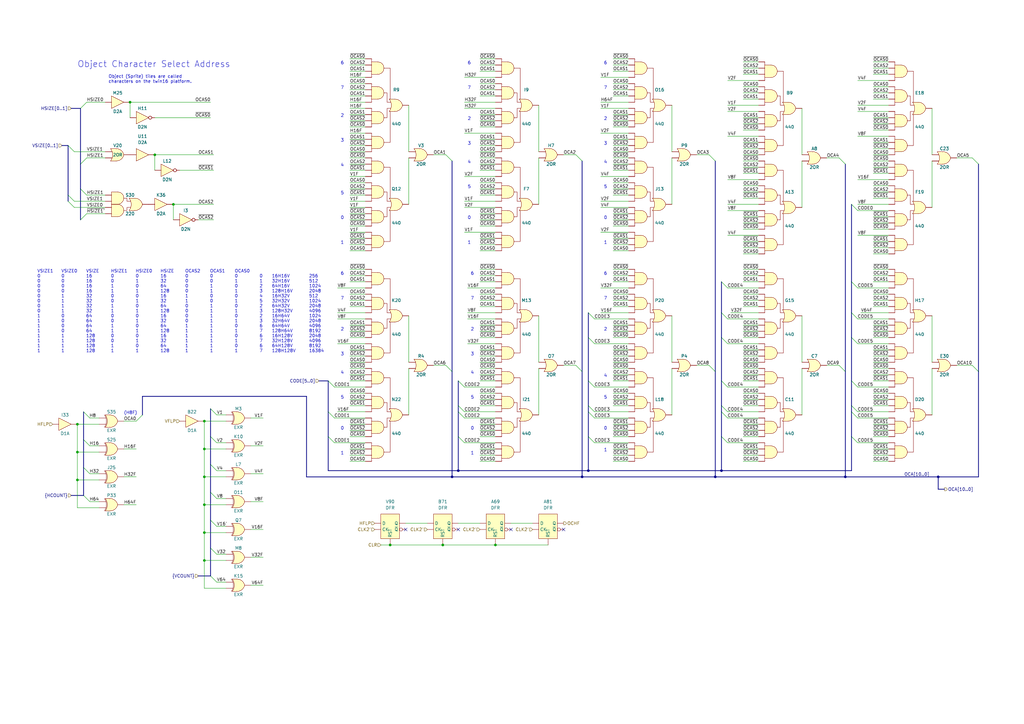
<source format=kicad_sch>
(kicad_sch (version 20231120) (generator "eeschema") (generator_version "8.0")
  (paper "A3")
  (title_block (date "2023-12-22"))
  (junction (at 83.82 207.01))
  (junction (at 83.82 172.72))
  (junction (at 160.02 223.52))
  (junction (at 384.81 195.58))
  (junction (at 83.82 229.87))
  (junction (at 83.82 195.58))
  (junction (at 71.12 83.82))
  (junction (at 53.34 41.91))
  (junction (at 185.42 195.58))
  (junction (at 83.82 184.15))
  (junction (at 295.91 193.04))
  (junction (at 293.37 195.58))
  (junction (at 83.82 218.44))
  (junction (at 31.75 173.99))
  (junction (at 346.71 195.58))
  (junction (at 181.61 223.52))
  (junction (at 238.76 195.58))
  (junction (at 203.2 223.52))
  (junction (at 31.75 185.42))
  (junction (at 187.96 193.04))
  (junction (at 31.75 196.85))
  (junction (at 241.3 193.04))
  (junction (at 63.5 63.5))
  (no_connect (at 187.96 217.17))
  (no_connect (at 231.14 217.17))
  (no_connect (at 209.55 217.17))
  (no_connect (at 166.37 217.17))
  (bus_entry (at 182.88 63.5) (size 2.54 2.54))
  (bus_entry (at 27.94 82.55) (size 2.54 2.54))
  (bus_entry (at 349.25 83.82) (size 2.54 2.54))
  (bus_entry (at 290.83 149.86) (size 2.54 2.54))
  (bus_entry (at 187.96 179.07) (size 2.54 2.54))
  (bus_entry (at 86.36 179.07) (size 2.54 2.54))
  (bus_entry (at 349.25 138.43) (size 2.54 2.54))
  (bus_entry (at 295.91 115.57) (size 2.54 2.54))
  (bus_entry (at 134.62 168.91) (size 2.54 2.54))
  (bus_entry (at 86.36 167.64) (size 2.54 2.54))
  (bus_entry (at 86.36 224.79) (size 2.54 2.54))
  (bus_entry (at 86.36 190.5) (size 2.54 2.54))
  (bus_entry (at 398.78 149.86) (size 2.54 2.54))
  (bus_entry (at 344.17 64.77) (size 2.54 2.54))
  (bus_entry (at 241.3 168.91) (size 2.54 2.54))
  (bus_entry (at 349.25 168.91) (size 2.54 2.54))
  (bus_entry (at 241.3 128.27) (size 2.54 2.54))
  (bus_entry (at 27.94 80.01) (size 2.54 2.54))
  (bus_entry (at 295.91 156.21) (size 2.54 2.54))
  (bus_entry (at 33.02 44.45) (size 2.54 -2.54))
  (bus_entry (at 27.94 59.69) (size 2.54 2.54))
  (bus_entry (at 241.3 179.07) (size 2.54 2.54))
  (bus_entry (at 86.36 236.22) (size 2.54 2.54))
  (bus_entry (at 33.02 90.17) (size 2.54 -2.54))
  (bus_entry (at 295.91 128.27) (size 2.54 2.54))
  (bus_entry (at 187.96 168.91) (size 2.54 2.54))
  (bus_entry (at 295.91 166.37) (size 2.54 2.54))
  (bus_entry (at 33.02 77.47) (size 2.54 2.54))
  (bus_entry (at 349.25 115.57) (size 2.54 2.54))
  (bus_entry (at 236.22 149.86) (size 2.54 2.54))
  (bus_entry (at 187.96 156.21) (size 2.54 2.54))
  (bus_entry (at 33.02 67.31) (size 2.54 -2.54))
  (bus_entry (at 295.91 179.07) (size 2.54 2.54))
  (bus_entry (at 55.88 172.72) (size 2.54 -2.54))
  (bus_entry (at 349.25 128.27) (size 2.54 2.54))
  (bus_entry (at 86.36 213.36) (size 2.54 2.54))
  (bus_entry (at 349.25 156.21) (size 2.54 2.54))
  (bus_entry (at 398.78 64.77) (size 2.54 2.54))
  (bus_entry (at 349.25 179.07) (size 2.54 2.54))
  (bus_entry (at 182.88 149.86) (size 2.54 2.54))
  (bus_entry (at 34.29 168.91) (size 2.54 2.54))
  (bus_entry (at 295.91 138.43) (size 2.54 2.54))
  (bus_entry (at 295.91 168.91) (size 2.54 2.54))
  (bus_entry (at 86.36 201.93) (size 2.54 2.54))
  (bus_entry (at 134.62 179.07) (size 2.54 2.54))
  (bus_entry (at 34.29 203.2) (size 2.54 2.54))
  (bus_entry (at 241.3 166.37) (size 2.54 2.54))
  (bus_entry (at 134.62 156.21) (size 2.54 2.54))
  (bus_entry (at 344.17 149.86) (size 2.54 2.54))
  (bus_entry (at 349.25 166.37) (size 2.54 2.54))
  (bus_entry (at 236.22 63.5) (size 2.54 2.54))
  (bus_entry (at 241.3 156.21) (size 2.54 2.54))
  (bus_entry (at 34.29 191.77) (size 2.54 2.54))
  (bus_entry (at 187.96 166.37) (size 2.54 2.54))
  (bus_entry (at 290.83 63.5) (size 2.54 2.54))
  (bus_entry (at 241.3 138.43) (size 2.54 2.54))
  (bus_entry (at 34.29 180.34) (size 2.54 2.54))
  (wire (pts (xy 328.93 151.13) (xy 328.93 170.18)))
  (bus (pts (xy 384.81 195.58) (xy 346.71 195.58)))
  (wire (pts (xy 358.14 135.89) (xy 364.49 135.89)))
  (wire (pts (xy 143.51 85.09) (xy 149.86 85.09)))
  (wire (pts (xy 196.85 176.53) (xy 203.2 176.53)))
  (wire (pts (xy 304.8 115.57) (xy 311.15 115.57)))
  (bus (pts (xy 293.37 66.04) (xy 293.37 152.4)))
  (wire (pts (xy 220.98 129.54) (xy 220.98 148.59)))
  (wire (pts (xy 102.87 205.74) (xy 107.95 205.74)))
  (wire (pts (xy 251.46 179.07) (xy 257.81 179.07)))
  (wire (pts (xy 251.46 133.35) (xy 257.81 133.35)))
  (wire (pts (xy 243.84 181.61) (xy 257.81 181.61)))
  (bus (pts (xy 295.91 128.27) (xy 295.91 138.43)))
  (wire (pts (xy 298.45 130.81) (xy 311.15 130.81)))
  (wire (pts (xy 304.8 38.1) (xy 311.15 38.1)))
  (wire (pts (xy 196.85 87.63) (xy 203.2 87.63)))
  (wire (pts (xy 83.82 195.58) (xy 92.71 195.58)))
  (wire (pts (xy 190.5 54.61) (xy 203.2 54.61)))
  (wire (pts (xy 251.46 173.99) (xy 257.81 173.99)))
  (bus (pts (xy 29.21 203.2) (xy 34.29 203.2)))
  (wire (pts (xy 304.8 91.44) (xy 311.15 91.44)))
  (wire (pts (xy 298.45 83.82) (xy 311.15 83.82)))
  (wire (pts (xy 137.16 171.45) (xy 149.86 171.45)))
  (wire (pts (xy 304.8 53.34) (xy 311.15 53.34)))
  (wire (pts (xy 83.82 172.72) (xy 92.71 172.72)))
  (bus (pts (xy 58.42 162.56) (xy 125.73 162.56)))
  (wire (pts (xy 251.46 74.93) (xy 257.81 74.93)))
  (wire (pts (xy 196.85 148.59) (xy 203.2 148.59)))
  (wire (pts (xy 190.5 31.75) (xy 203.2 31.75)))
  (bus (pts (xy 295.91 156.21) (xy 295.91 166.37)))
  (wire (pts (xy 220.98 64.77) (xy 220.98 83.82)))
  (wire (pts (xy 187.96 214.63) (xy 196.85 214.63)))
  (wire (pts (xy 351.79 55.88) (xy 364.49 55.88)))
  (wire (pts (xy 339.09 149.86) (xy 344.17 149.86)))
  (wire (pts (xy 143.51 52.07) (xy 149.86 52.07)))
  (wire (pts (xy 358.14 153.67) (xy 364.49 153.67)))
  (wire (pts (xy 246.38 44.45) (xy 257.81 44.45)))
  (wire (pts (xy 83.82 241.3) (xy 83.82 229.87)))
  (wire (pts (xy 304.8 156.21) (xy 311.15 156.21)))
  (wire (pts (xy 88.9 227.33) (xy 92.71 227.33)))
  (bus (pts (xy 187.96 168.91) (xy 187.96 179.07)))
  (wire (pts (xy 358.14 40.64) (xy 364.49 40.64)))
  (wire (pts (xy 358.14 176.53) (xy 364.49 176.53)))
  (wire (pts (xy 83.82 207.01) (xy 83.82 195.58)))
  (wire (pts (xy 251.46 110.49) (xy 257.81 110.49)))
  (wire (pts (xy 251.46 97.79) (xy 257.81 97.79)))
  (wire (pts (xy 143.51 29.21) (xy 149.86 29.21)))
  (wire (pts (xy 358.14 30.48) (xy 364.49 30.48)))
  (wire (pts (xy 251.46 80.01) (xy 257.81 80.01)))
  (wire (pts (xy 351.79 130.81) (xy 364.49 130.81)))
  (bus (pts (xy 349.25 128.27) (xy 349.25 138.43)))
  (wire (pts (xy 196.85 92.71) (xy 203.2 92.71)))
  (bus (pts (xy 241.3 166.37) (xy 241.3 168.91)))
  (wire (pts (xy 196.85 161.29) (xy 203.2 161.29)))
  (wire (pts (xy 304.8 125.73) (xy 311.15 125.73)))
  (bus (pts (xy 349.25 168.91) (xy 349.25 179.07)))
  (wire (pts (xy 358.14 161.29) (xy 364.49 161.29)))
  (wire (pts (xy 251.46 184.15) (xy 257.81 184.15)))
  (wire (pts (xy 196.85 59.69) (xy 203.2 59.69)))
  (bus (pts (xy 241.3 128.27) (xy 241.3 138.43)))
  (wire (pts (xy 358.14 163.83) (xy 364.49 163.83)))
  (wire (pts (xy 177.8 63.5) (xy 182.88 63.5)))
  (wire (pts (xy 382.27 151.13) (xy 382.27 170.18)))
  (wire (pts (xy 251.46 161.29) (xy 257.81 161.29)))
  (wire (pts (xy 196.85 146.05) (xy 203.2 146.05)))
  (wire (pts (xy 83.82 241.3) (xy 92.71 241.3)))
  (wire (pts (xy 251.46 138.43) (xy 257.81 138.43)))
  (wire (pts (xy 143.51 143.51) (xy 149.86 143.51)))
  (wire (pts (xy 53.34 41.91) (xy 86.36 41.91)))
  (bus (pts (xy 293.37 195.58) (xy 346.71 195.58)))
  (bus (pts (xy 29.21 44.45) (xy 33.02 44.45)))
  (wire (pts (xy 190.5 158.75) (xy 203.2 158.75)))
  (wire (pts (xy 246.38 118.11) (xy 257.81 118.11)))
  (wire (pts (xy 285.75 63.5) (xy 290.83 63.5)))
  (wire (pts (xy 143.51 36.83) (xy 149.86 36.83)))
  (wire (pts (xy 304.8 48.26) (xy 311.15 48.26)))
  (wire (pts (xy 243.84 158.75) (xy 257.81 158.75)))
  (wire (pts (xy 143.51 113.03) (xy 149.86 113.03)))
  (wire (pts (xy 196.85 173.99) (xy 203.2 173.99)))
  (wire (pts (xy 285.75 149.86) (xy 290.83 149.86)))
  (wire (pts (xy 143.51 77.47) (xy 149.86 77.47)))
  (bus (pts (xy 86.36 213.36) (xy 86.36 224.79)))
  (wire (pts (xy 196.85 34.29) (xy 203.2 34.29)))
  (bus (pts (xy 295.91 179.07) (xy 295.91 193.04)))
  (wire (pts (xy 339.09 64.77) (xy 344.17 64.77)))
  (wire (pts (xy 138.43 130.81) (xy 149.86 130.81)))
  (wire (pts (xy 358.14 58.42) (xy 364.49 58.42)))
  (wire (pts (xy 351.79 118.11) (xy 364.49 118.11)))
  (wire (pts (xy 143.51 179.07) (xy 149.86 179.07)))
  (wire (pts (xy 304.8 184.15) (xy 311.15 184.15)))
  (wire (pts (xy 351.79 83.82) (xy 364.49 83.82)))
  (wire (pts (xy 246.38 128.27) (xy 257.81 128.27)))
  (wire (pts (xy 382.27 44.45) (xy 382.27 63.5)))
  (wire (pts (xy 102.87 194.31) (xy 107.95 194.31)))
  (wire (pts (xy 196.85 123.19) (xy 203.2 123.19)))
  (wire (pts (xy 246.38 95.25) (xy 257.81 95.25)))
  (wire (pts (xy 196.85 52.07) (xy 203.2 52.07)))
  (wire (pts (xy 358.14 148.59) (xy 364.49 148.59)))
  (wire (pts (xy 196.85 115.57) (xy 203.2 115.57)))
  (wire (pts (xy 196.85 120.65) (xy 203.2 120.65)))
  (wire (pts (xy 196.85 74.93) (xy 203.2 74.93)))
  (wire (pts (xy 166.37 214.63) (xy 175.26 214.63)))
  (wire (pts (xy 143.51 176.53) (xy 149.86 176.53)))
  (wire (pts (xy 358.14 115.57) (xy 364.49 115.57)))
  (wire (pts (xy 251.46 36.83) (xy 257.81 36.83)))
  (wire (pts (xy 83.82 229.87) (xy 83.82 218.44)))
  (wire (pts (xy 358.14 113.03) (xy 364.49 113.03)))
  (wire (pts (xy 251.46 189.23) (xy 257.81 189.23)))
  (wire (pts (xy 358.14 60.96) (xy 364.49 60.96)))
  (bus (pts (xy 125.73 162.56) (xy 125.73 195.58)))
  (bus (pts (xy 349.25 83.82) (xy 349.25 115.57)))
  (bus (pts (xy 33.02 67.31) (xy 33.02 77.47)))
  (wire (pts (xy 304.8 186.69) (xy 311.15 186.69)))
  (wire (pts (xy 190.5 171.45) (xy 203.2 171.45)))
  (wire (pts (xy 251.46 92.71) (xy 257.81 92.71)))
  (wire (pts (xy 196.85 156.21) (xy 203.2 156.21)))
  (wire (pts (xy 143.51 146.05) (xy 149.86 146.05)))
  (wire (pts (xy 358.14 123.19) (xy 364.49 123.19)))
  (wire (pts (xy 143.51 39.37) (xy 149.86 39.37)))
  (wire (pts (xy 298.45 73.66) (xy 311.15 73.66)))
  (wire (pts (xy 358.14 66.04) (xy 364.49 66.04)))
  (wire (pts (xy 83.82 218.44) (xy 83.82 207.01)))
  (wire (pts (xy 304.8 153.67) (xy 311.15 153.67)))
  (wire (pts (xy 31.75 173.99) (xy 31.75 185.42)))
  (wire (pts (xy 304.8 76.2) (xy 311.15 76.2)))
  (wire (pts (xy 190.5 44.45) (xy 203.2 44.45)))
  (wire (pts (xy 251.46 24.13) (xy 257.81 24.13)))
  (wire (pts (xy 196.85 46.99) (xy 203.2 46.99)))
  (wire (pts (xy 304.8 138.43) (xy 311.15 138.43)))
  (wire (pts (xy 251.46 29.21) (xy 257.81 29.21)))
  (wire (pts (xy 143.51 87.63) (xy 149.86 87.63)))
  (wire (pts (xy 196.85 100.33) (xy 203.2 100.33)))
  (wire (pts (xy 143.51 69.85) (xy 149.86 69.85)))
  (wire (pts (xy 196.85 125.73) (xy 203.2 125.73)))
  (wire (pts (xy 358.14 53.34) (xy 364.49 53.34)))
  (wire (pts (xy 143.51 41.91) (xy 149.86 41.91)))
  (wire (pts (xy 190.5 168.91) (xy 203.2 168.91)))
  (wire (pts (xy 71.12 83.82) (xy 87.63 83.82)))
  (wire (pts (xy 358.14 68.58) (xy 364.49 68.58)))
  (bus (pts (xy 86.36 201.93) (xy 86.36 213.36)))
  (bus (pts (xy 384.81 200.66) (xy 384.81 195.58)))
  (wire (pts (xy 298.45 140.97) (xy 311.15 140.97)))
  (wire (pts (xy 304.8 40.64) (xy 311.15 40.64)))
  (wire (pts (xy 358.14 35.56) (xy 364.49 35.56)))
  (wire (pts (xy 143.51 57.15) (xy 149.86 57.15)))
  (wire (pts (xy 35.56 41.91) (xy 43.18 41.91)))
  (wire (pts (xy 50.8 184.15) (xy 55.88 184.15)))
  (wire (pts (xy 36.83 205.74) (xy 40.64 205.74)))
  (bus (pts (xy 295.91 138.43) (xy 295.91 156.21)))
  (wire (pts (xy 243.84 168.91) (xy 257.81 168.91)))
  (wire (pts (xy 190.5 72.39) (xy 203.2 72.39)))
  (wire (pts (xy 251.46 57.15) (xy 257.81 57.15)))
  (wire (pts (xy 143.51 67.31) (xy 149.86 67.31)))
  (wire (pts (xy 88.9 170.18) (xy 92.71 170.18)))
  (wire (pts (xy 36.83 171.45) (xy 40.64 171.45)))
  (bus (pts (xy 349.25 138.43) (xy 349.25 156.21)))
  (wire (pts (xy 143.51 153.67) (xy 149.86 153.67)))
  (wire (pts (xy 143.51 44.45) (xy 149.86 44.45)))
  (wire (pts (xy 31.75 196.85) (xy 40.64 196.85)))
  (wire (pts (xy 143.51 166.37) (xy 149.86 166.37)))
  (wire (pts (xy 246.38 31.75) (xy 257.81 31.75)))
  (wire (pts (xy 358.14 48.26) (xy 364.49 48.26)))
  (wire (pts (xy 251.46 123.19) (xy 257.81 123.19)))
  (wire (pts (xy 251.46 163.83) (xy 257.81 163.83)))
  (wire (pts (xy 304.8 173.99) (xy 311.15 173.99)))
  (wire (pts (xy 137.16 181.61) (xy 149.86 181.61)))
  (wire (pts (xy 190.5 181.61) (xy 203.2 181.61)))
  (bus (pts (xy 25.4 59.69) (xy 27.94 59.69)))
  (wire (pts (xy 196.85 135.89) (xy 203.2 135.89)))
  (bus (pts (xy 295.91 193.04) (xy 349.25 193.04)))
  (wire (pts (xy 167.64 129.54) (xy 167.64 148.59)))
  (wire (pts (xy 35.56 64.77) (xy 43.18 64.77)))
  (bus (pts (xy 58.42 170.18) (xy 58.42 162.56)))
  (wire (pts (xy 143.51 184.15) (xy 149.86 184.15)))
  (wire (pts (xy 88.9 193.04) (xy 92.71 193.04)))
  (wire (pts (xy 35.56 87.63) (xy 43.18 87.63)))
  (wire (pts (xy 304.8 66.04) (xy 311.15 66.04)))
  (wire (pts (xy 328.93 129.54) (xy 328.93 148.59)))
  (wire (pts (xy 304.8 104.14) (xy 311.15 104.14)))
  (wire (pts (xy 358.14 27.94) (xy 364.49 27.94)))
  (wire (pts (xy 143.51 186.69) (xy 149.86 186.69)))
  (wire (pts (xy 251.46 143.51) (xy 257.81 143.51)))
  (wire (pts (xy 358.14 50.8) (xy 364.49 50.8)))
  (wire (pts (xy 83.82 229.87) (xy 92.71 229.87)))
  (bus (pts (xy 401.32 152.4) (xy 401.32 195.58)))
  (wire (pts (xy 31.75 208.28) (xy 40.64 208.28)))
  (wire (pts (xy 298.45 55.88) (xy 311.15 55.88)))
  (wire (pts (xy 358.14 151.13) (xy 364.49 151.13)))
  (wire (pts (xy 251.46 148.59) (xy 257.81 148.59)))
  (bus (pts (xy 34.29 191.77) (xy 34.29 203.2)))
  (wire (pts (xy 304.8 166.37) (xy 311.15 166.37)))
  (bus (pts (xy 185.42 66.04) (xy 185.42 152.4)))
  (wire (pts (xy 31.75 196.85) (xy 31.75 208.28)))
  (wire (pts (xy 298.45 45.72) (xy 311.15 45.72)))
  (wire (pts (xy 251.46 62.23) (xy 257.81 62.23)))
  (bus (pts (xy 185.42 152.4) (xy 185.42 195.58)))
  (wire (pts (xy 167.64 43.18) (xy 167.64 62.23)))
  (wire (pts (xy 88.9 238.76) (xy 92.71 238.76)))
  (wire (pts (xy 83.82 184.15) (xy 92.71 184.15)))
  (wire (pts (xy 83.82 207.01) (xy 92.71 207.01)))
  (wire (pts (xy 231.14 63.5) (xy 236.22 63.5)))
  (wire (pts (xy 251.46 64.77) (xy 257.81 64.77)))
  (wire (pts (xy 102.87 240.03) (xy 107.95 240.03)))
  (wire (pts (xy 251.46 120.65) (xy 257.81 120.65)))
  (wire (pts (xy 50.8 207.01) (xy 55.88 207.01)))
  (bus (pts (xy 238.76 152.4) (xy 238.76 195.58)))
  (bus (pts (xy 295.91 168.91) (xy 295.91 179.07)))
  (wire (pts (xy 138.43 128.27) (xy 149.86 128.27)))
  (bus (pts (xy 346.71 67.31) (xy 346.71 152.4)))
  (wire (pts (xy 88.9 204.47) (xy 92.71 204.47)))
  (wire (pts (xy 251.46 176.53) (xy 257.81 176.53)))
  (wire (pts (xy 196.85 189.23) (xy 203.2 189.23)))
  (wire (pts (xy 31.75 185.42) (xy 40.64 185.42)))
  (wire (pts (xy 251.46 156.21) (xy 257.81 156.21)))
  (wire (pts (xy 351.79 96.52) (xy 364.49 96.52)))
  (bus (pts (xy 349.25 179.07) (xy 349.25 193.04)))
  (wire (pts (xy 143.51 31.75) (xy 149.86 31.75)))
  (wire (pts (xy 143.51 90.17) (xy 149.86 90.17)))
  (wire (pts (xy 196.85 57.15) (xy 203.2 57.15)))
  (wire (pts (xy 358.14 71.12) (xy 364.49 71.12)))
  (wire (pts (xy 196.85 184.15) (xy 203.2 184.15)))
  (bus (pts (xy 349.25 166.37) (xy 349.25 168.91)))
  (wire (pts (xy 358.14 63.5) (xy 364.49 63.5)))
  (wire (pts (xy 73.66 69.85) (xy 87.63 69.85)))
  (wire (pts (xy 358.14 138.43) (xy 364.49 138.43)))
  (wire (pts (xy 304.8 101.6) (xy 311.15 101.6)))
  (wire (pts (xy 358.14 156.21) (xy 364.49 156.21)))
  (wire (pts (xy 143.51 120.65) (xy 149.86 120.65)))
  (wire (pts (xy 196.85 36.83) (xy 203.2 36.83)))
  (wire (pts (xy 143.51 123.19) (xy 149.86 123.19)))
  (wire (pts (xy 167.64 151.13) (xy 167.64 170.18)))
  (wire (pts (xy 143.51 100.33) (xy 149.86 100.33)))
  (wire (pts (xy 304.8 135.89) (xy 311.15 135.89)))
  (wire (pts (xy 275.59 151.13) (xy 275.59 170.18)))
  (wire (pts (xy 243.84 130.81) (xy 257.81 130.81)))
  (wire (pts (xy 304.8 176.53) (xy 311.15 176.53)))
  (wire (pts (xy 304.8 99.06) (xy 311.15 99.06)))
  (wire (pts (xy 243.84 171.45) (xy 257.81 171.45)))
  (bus (pts (xy 238.76 66.04) (xy 238.76 152.4)))
  (wire (pts (xy 196.85 138.43) (xy 203.2 138.43)))
  (wire (pts (xy 196.85 29.21) (xy 203.2 29.21)))
  (wire (pts (xy 143.51 135.89) (xy 149.86 135.89)))
  (wire (pts (xy 220.98 151.13) (xy 220.98 170.18)))
  (wire (pts (xy 63.5 48.26) (xy 86.36 48.26)))
  (wire (pts (xy 191.77 130.81) (xy 203.2 130.81)))
  (bus (pts (xy 134.62 193.04) (xy 134.62 179.07)))
  (wire (pts (xy 304.8 143.51) (xy 311.15 143.51)))
  (wire (pts (xy 50.8 195.58) (xy 55.88 195.58)))
  (bus (pts (xy 295.91 166.37) (xy 295.91 168.91)))
  (wire (pts (xy 143.51 133.35) (xy 149.86 133.35)))
  (wire (pts (xy 275.59 43.18) (xy 275.59 62.23)))
  (wire (pts (xy 30.48 62.23) (xy 43.18 62.23)))
  (wire (pts (xy 36.83 182.88) (xy 40.64 182.88)))
  (wire (pts (xy 88.9 181.61) (xy 92.71 181.61)))
  (bus (pts (xy 185.42 195.58) (xy 238.76 195.58)))
  (bus (pts (xy 86.36 167.64) (xy 86.36 179.07)))
  (wire (pts (xy 83.82 218.44) (xy 92.71 218.44)))
  (bus (pts (xy 187.96 156.21) (xy 187.96 166.37)))
  (bus (pts (xy 34.29 168.91) (xy 34.29 180.34)))
  (wire (pts (xy 298.45 96.52) (xy 311.15 96.52)))
  (wire (pts (xy 358.14 143.51) (xy 364.49 143.51)))
  (wire (pts (xy 358.14 101.6) (xy 364.49 101.6)))
  (wire (pts (xy 35.56 80.01) (xy 43.18 80.01)))
  (wire (pts (xy 358.14 93.98) (xy 364.49 93.98)))
  (wire (pts (xy 298.45 86.36) (xy 311.15 86.36)))
  (wire (pts (xy 358.14 133.35) (xy 364.49 133.35)))
  (wire (pts (xy 196.85 151.13) (xy 203.2 151.13)))
  (wire (pts (xy 137.16 158.75) (xy 149.86 158.75)))
  (wire (pts (xy 196.85 24.13) (xy 203.2 24.13)))
  (wire (pts (xy 143.51 54.61) (xy 149.86 54.61)))
  (wire (pts (xy 298.45 158.75) (xy 311.15 158.75)))
  (wire (pts (xy 358.14 125.73) (xy 364.49 125.73)))
  (wire (pts (xy 275.59 129.54) (xy 275.59 148.59)))
  (wire (pts (xy 304.8 113.03) (xy 311.15 113.03)))
  (wire (pts (xy 304.8 163.83) (xy 311.15 163.83)))
  (bus (pts (xy 241.3 193.04) (xy 295.91 193.04)))
  (wire (pts (xy 304.8 58.42) (xy 311.15 58.42)))
  (bus (pts (xy 349.25 156.21) (xy 349.25 166.37)))
  (wire (pts (xy 382.27 129.54) (xy 382.27 148.59)))
  (bus (pts (xy 238.76 195.58) (xy 293.37 195.58)))
  (wire (pts (xy 196.85 64.77) (xy 203.2 64.77)))
  (wire (pts (xy 251.46 186.69) (xy 257.81 186.69)))
  (wire (pts (xy 143.51 92.71) (xy 149.86 92.71)))
  (wire (pts (xy 299.72 128.27) (xy 311.15 128.27)))
  (wire (pts (xy 304.8 123.19) (xy 311.15 123.19)))
  (wire (pts (xy 209.55 214.63) (xy 218.44 214.63)))
  (wire (pts (xy 251.46 153.67) (xy 257.81 153.67)))
  (wire (pts (xy 30.48 82.55) (xy 43.18 82.55)))
  (wire (pts (xy 243.84 140.97) (xy 257.81 140.97)))
  (wire (pts (xy 196.85 102.87) (xy 203.2 102.87)))
  (bus (pts (xy 241.3 138.43) (xy 241.3 156.21)))
  (wire (pts (xy 83.82 184.15) (xy 83.82 172.72)))
  (wire (pts (xy 143.51 24.13) (xy 149.86 24.13)))
  (wire (pts (xy 304.8 120.65) (xy 311.15 120.65)))
  (wire (pts (xy 190.5 85.09) (xy 203.2 85.09)))
  (bus (pts (xy 27.94 82.55) (xy 27.94 80.01)))
  (wire (pts (xy 304.8 161.29) (xy 311.15 161.29)))
  (wire (pts (xy 30.48 85.09) (xy 43.18 85.09)))
  (bus (pts (xy 295.91 115.57) (xy 295.91 128.27)))
  (wire (pts (xy 102.87 171.45) (xy 107.95 171.45)))
  (wire (pts (xy 304.8 93.98) (xy 311.15 93.98)))
  (wire (pts (xy 328.93 66.04) (xy 328.93 85.09)))
  (wire (pts (xy 304.8 189.23) (xy 311.15 189.23)))
  (wire (pts (xy 251.46 100.33) (xy 257.81 100.33)))
  (bus (pts (xy 34.29 180.34) (xy 34.29 191.77)))
  (wire (pts (xy 167.64 64.77) (xy 167.64 83.82)))
  (wire (pts (xy 351.79 73.66) (xy 364.49 73.66)))
  (wire (pts (xy 351.79 140.97) (xy 364.49 140.97)))
  (wire (pts (xy 143.51 148.59) (xy 149.86 148.59)))
  (wire (pts (xy 102.87 182.88) (xy 107.95 182.88)))
  (wire (pts (xy 298.45 181.61) (xy 311.15 181.61)))
  (wire (pts (xy 304.8 88.9) (xy 311.15 88.9)))
  (wire (pts (xy 298.45 118.11) (xy 311.15 118.11)))
  (wire (pts (xy 251.46 87.63) (xy 257.81 87.63)))
  (bus (pts (xy 134.62 168.91) (xy 134.62 156.21)))
  (wire (pts (xy 143.51 26.67) (xy 149.86 26.67)))
  (wire (pts (xy 251.46 113.03) (xy 257.81 113.03)))
  (wire (pts (xy 251.46 151.13) (xy 257.81 151.13)))
  (bus (pts (xy 86.36 190.5) (xy 86.36 201.93)))
  (bus (pts (xy 241.3 179.07) (xy 241.3 193.04)))
  (wire (pts (xy 358.14 186.69) (xy 364.49 186.69)))
  (wire (pts (xy 196.85 153.67) (xy 203.2 153.67)))
  (wire (pts (xy 177.8 149.86) (xy 182.88 149.86)))
  (wire (pts (xy 304.8 50.8) (xy 311.15 50.8)))
  (wire (pts (xy 358.14 184.15) (xy 364.49 184.15)))
  (wire (pts (xy 143.51 64.77) (xy 149.86 64.77)))
  (wire (pts (xy 358.14 104.14) (xy 364.49 104.14)))
  (wire (pts (xy 304.8 81.28) (xy 311.15 81.28)))
  (wire (pts (xy 81.28 90.17) (xy 87.63 90.17)))
  (bus (pts (xy 387.35 200.66) (xy 384.81 200.66)))
  (wire (pts (xy 143.51 80.01) (xy 149.86 80.01)))
  (wire (pts (xy 196.85 163.83) (xy 203.2 163.83)))
  (wire (pts (xy 143.51 125.73) (xy 149.86 125.73)))
  (wire (pts (xy 358.14 81.28) (xy 364.49 81.28)))
  (wire (pts (xy 351.79 158.75) (xy 364.49 158.75)))
  (wire (pts (xy 304.8 25.4) (xy 311.15 25.4)))
  (wire (pts (xy 304.8 63.5) (xy 311.15 63.5)))
  (wire (pts (xy 358.14 146.05) (xy 364.49 146.05)))
  (bus (pts (xy 401.32 195.58) (xy 384.81 195.58)))
  (bus (pts (xy 86.36 224.79) (xy 86.36 236.22)))
  (wire (pts (xy 251.46 39.37) (xy 257.81 39.37)))
  (wire (pts (xy 53.34 41.91) (xy 53.34 48.26)))
  (wire (pts (xy 143.51 138.43) (xy 149.86 138.43)))
  (wire (pts (xy 358.14 189.23) (xy 364.49 189.23)))
  (bus (pts (xy 349.25 115.57) (xy 349.25 128.27)))
  (wire (pts (xy 190.5 82.55) (xy 203.2 82.55)))
  (wire (pts (xy 358.14 76.2) (xy 364.49 76.2)))
  (bus (pts (xy 86.36 179.07) (xy 86.36 190.5)))
  (wire (pts (xy 358.14 173.99) (xy 364.49 173.99)))
  (wire (pts (xy 304.8 151.13) (xy 311.15 151.13)))
  (wire (pts (xy 351.79 45.72) (xy 364.49 45.72)))
  (wire (pts (xy 143.51 110.49) (xy 149.86 110.49)))
  (wire (pts (xy 358.14 110.49) (xy 364.49 110.49)))
  (wire (pts (xy 196.85 62.23) (xy 203.2 62.23)))
  (wire (pts (xy 143.51 82.55) (xy 149.86 82.55)))
  (bus (pts (xy 125.73 195.58) (xy 185.42 195.58)))
  (bus (pts (xy 241.3 156.21) (xy 241.3 166.37)))
  (wire (pts (xy 251.46 59.69) (xy 257.81 59.69)))
  (wire (pts (xy 298.45 168.91) (xy 311.15 168.91)))
  (wire (pts (xy 358.14 38.1) (xy 364.49 38.1)))
  (wire (pts (xy 304.8 133.35) (xy 311.15 133.35)))
  (wire (pts (xy 246.38 41.91) (xy 257.81 41.91)))
  (wire (pts (xy 31.75 185.42) (xy 31.75 196.85)))
  (wire (pts (xy 251.46 146.05) (xy 257.81 146.05)))
  (wire (pts (xy 191.77 128.27) (xy 203.2 128.27)))
  (wire (pts (xy 358.14 120.65) (xy 364.49 120.65)))
  (wire (pts (xy 304.8 110.49) (xy 311.15 110.49)))
  (wire (pts (xy 143.51 102.87) (xy 149.86 102.87)))
  (wire (pts (xy 196.85 90.17) (xy 203.2 90.17)))
  (wire (pts (xy 251.46 34.29) (xy 257.81 34.29)))
  (wire (pts (xy 196.85 179.07) (xy 203.2 179.07)))
  (wire (pts (xy 143.51 46.99) (xy 149.86 46.99)))
  (wire (pts (xy 251.46 90.17) (xy 257.81 90.17)))
  (wire (pts (xy 196.85 39.37) (xy 203.2 39.37)))
  (wire (pts (xy 102.87 217.17) (xy 107.95 217.17)))
  (wire (pts (xy 143.51 161.29) (xy 149.86 161.29)))
  (wire (pts (xy 88.9 215.9) (xy 92.71 215.9)))
  (wire (pts (xy 275.59 64.77) (xy 275.59 83.82)))
  (wire (pts (xy 298.45 43.18) (xy 311.15 43.18)))
  (wire (pts (xy 138.43 118.11) (xy 149.86 118.11)))
  (bus (pts (xy 130.81 156.21) (xy 134.62 156.21)))
  (wire (pts (xy 246.38 82.55) (xy 257.81 82.55)))
  (wire (pts (xy 181.61 223.52) (xy 203.2 223.52)))
  (wire (pts (xy 246.38 85.09) (xy 257.81 85.09)))
  (wire (pts (xy 50.8 172.72) (xy 55.88 172.72)))
  (wire (pts (xy 304.8 68.58) (xy 311.15 68.58)))
  (wire (pts (xy 196.85 113.03) (xy 203.2 113.03)))
  (wire (pts (xy 251.46 52.07) (xy 257.81 52.07)))
  (wire (pts (xy 143.51 74.93) (xy 149.86 74.93)))
  (wire (pts (xy 63.5 63.5) (xy 87.63 63.5)))
  (wire (pts (xy 190.5 41.91) (xy 203.2 41.91)))
  (wire (pts (xy 392.43 149.86) (xy 398.78 149.86)))
  (wire (pts (xy 328.93 44.45) (xy 328.93 63.5)))
  (wire (pts (xy 304.8 27.94) (xy 311.15 27.94)))
  (bus (pts (xy 241.3 168.91) (xy 241.3 179.07)))
  (wire (pts (xy 251.46 115.57) (xy 257.81 115.57)))
  (wire (pts (xy 351.79 171.45) (xy 364.49 171.45)))
  (wire (pts (xy 231.14 149.86) (xy 236.22 149.86)))
  (wire (pts (xy 36.83 194.31) (xy 40.64 194.31)))
  (wire (pts (xy 63.5 63.5) (xy 63.5 69.85)))
  (wire (pts (xy 251.46 46.99) (xy 257.81 46.99)))
  (wire (pts (xy 83.82 195.58) (xy 83.82 184.15)))
  (wire (pts (xy 358.14 99.06) (xy 364.49 99.06)))
  (bus (pts (xy 187.96 193.04) (xy 134.62 193.04)))
  (wire (pts (xy 143.51 173.99) (xy 149.86 173.99)))
  (wire (pts (xy 358.14 179.07) (xy 364.49 179.07)))
  (wire (pts (xy 196.85 80.01) (xy 203.2 80.01)))
  (wire (pts (xy 71.12 83.82) (xy 71.12 90.17)))
  (wire (pts (xy 138.43 168.91) (xy 149.86 168.91)))
  (wire (pts (xy 143.51 156.21) (xy 149.86 156.21)))
  (wire (pts (xy 196.85 69.85) (xy 203.2 69.85)))
  (wire (pts (xy 143.51 189.23) (xy 149.86 189.23)))
  (wire (pts (xy 31.75 173.99) (xy 40.64 173.99)))
  (wire (pts (xy 160.02 223.52) (xy 181.61 223.52)))
  (wire (pts (xy 143.51 163.83) (xy 149.86 163.83)))
  (wire (pts (xy 304.8 148.59) (xy 311.15 148.59)))
  (wire (pts (xy 143.51 49.53) (xy 149.86 49.53)))
  (wire (pts (xy 351.79 168.91) (xy 364.49 168.91)))
  (wire (pts (xy 304.8 71.12) (xy 311.15 71.12)))
  (wire (pts (xy 304.8 35.56) (xy 311.15 35.56)))
  (bus (pts (xy 81.28 236.22) (xy 86.36 236.22)))
  (wire (pts (xy 203.2 223.52) (xy 224.79 223.52)))
  (wire (pts (xy 251.46 135.89) (xy 257.81 135.89)))
  (wire (pts (xy 251.46 166.37) (xy 257.81 166.37)))
  (bus (pts (xy 33.02 77.47) (xy 33.02 90.17)))
  (wire (pts (xy 196.85 133.35) (xy 203.2 133.35)))
  (wire (pts (xy 246.38 72.39) (xy 257.81 72.39)))
  (wire (pts (xy 304.8 146.05) (xy 311.15 146.05)))
  (wire (pts (xy 143.51 151.13) (xy 149.86 151.13)))
  (wire (pts (xy 143.51 62.23) (xy 149.86 62.23)))
  (wire (pts (xy 156.21 223.52) (xy 160.02 223.52)))
  (wire (pts (xy 220.98 43.18) (xy 220.98 62.23)))
  (bus (pts (xy 187.96 179.07) (xy 187.96 193.04)))
  (wire (pts (xy 251.46 77.47) (xy 257.81 77.47)))
  (wire (pts (xy 143.51 34.29) (xy 149.86 34.29)))
  (bus (pts (xy 27.94 80.01) (xy 27.94 59.69)))
  (bus (pts (xy 401.32 67.31) (xy 401.32 152.4)))
  (wire (pts (xy 143.51 115.57) (xy 149.86 115.57)))
  (wire (pts (xy 304.8 30.48) (xy 311.15 30.48)))
  (wire (pts (xy 382.27 66.04) (xy 382.27 85.09)))
  (bus (pts (xy 346.71 152.4) (xy 346.71 195.58)))
  (wire (pts (xy 304.8 78.74) (xy 311.15 78.74)))
  (wire (pts (xy 191.77 118.11) (xy 203.2 118.11)))
  (wire (pts (xy 190.5 95.25) (xy 203.2 95.25)))
  (bus (pts (xy 134.62 179.07) (xy 134.62 168.91)))
  (wire (pts (xy 392.43 64.77) (xy 398.78 64.77)))
  (wire (pts (xy 143.51 95.25) (xy 149.86 95.25)))
  (wire (pts (xy 351.79 181.61) (xy 364.49 181.61)))
  (wire (pts (xy 143.51 72.39) (xy 149.86 72.39)))
  (wire (pts (xy 304.8 179.07) (xy 311.15 179.07)))
  (wire (pts (xy 196.85 110.49) (xy 203.2 110.49)))
  (wire (pts (xy 196.85 186.69) (xy 203.2 186.69)))
  (bus (pts (xy 187.96 166.37) (xy 187.96 168.91)))
  (wire (pts (xy 358.14 25.4) (xy 364.49 25.4)))
  (wire (pts (xy 251.46 102.87) (xy 257.81 102.87)))
  (wire (pts (xy 196.85 97.79) (xy 203.2 97.79)))
  (wire (pts (xy 143.51 97.79) (xy 149.86 97.79)))
  (wire (pts (xy 138.43 140.97) (xy 149.86 140.97)))
  (wire (pts (xy 351.79 33.02) (xy 364.49 33.02)))
  (wire (pts (xy 304.8 60.96) (xy 311.15 60.96)))
  (bus (pts (xy 33.02 44.45) (xy 33.02 67.31)))
  (wire (pts (xy 196.85 77.47) (xy 203.2 77.47)))
  (wire (pts (xy 196.85 67.31) (xy 203.2 67.31)))
  (bus (pts (xy 187.96 193.04) (xy 241.3 193.04)))
  (wire (pts (xy 191.77 140.97) (xy 203.2 140.97)))
  (wire (pts (xy 251.46 67.31) (xy 257.81 67.31)))
  (wire (pts (xy 251.46 69.85) (xy 257.81 69.85)))
  (wire (pts (xy 358.14 78.74) (xy 364.49 78.74)))
  (wire (pts (xy 358.14 88.9) (xy 364.49 88.9)))
  (wire (pts (xy 196.85 166.37) (xy 203.2 166.37)))
  (wire (pts (xy 102.87 228.6) (xy 107.95 228.6)))
  (wire (pts (xy 351.79 43.18) (xy 364.49 43.18)))
  (wire (pts (xy 351.79 86.36) (xy 364.49 86.36)))
  (wire (pts (xy 196.85 26.67) (xy 203.2 26.67)))
  (wire (pts (xy 298.45 171.45) (xy 311.15 171.45)))
  (wire (pts (xy 196.85 49.53) (xy 203.2 49.53)))
  (wire (pts (xy 358.14 166.37) (xy 364.49 166.37)))
  (wire (pts (xy 358.14 91.44) (xy 364.49 91.44)))
  (wire (pts (xy 298.45 33.02) (xy 311.15 33.02)))
  (bus (pts (xy 293.37 152.4) (xy 293.37 195.58)))
  (wire (pts (xy 251.46 49.53) (xy 257.81 49.53)))
  (wire (pts (xy 196.85 143.51) (xy 203.2 143.51)))
  (wire (pts (xy 251.46 26.67) (xy 257.81 26.67)))
  (wire (pts (xy 246.38 54.61) (xy 257.81 54.61)))
  (wire (pts (xy 143.51 59.69) (xy 149.86 59.69)))
  (wire (pts (xy 353.06 128.27) (xy 364.49 128.27)))
  (wire (pts (xy 251.46 125.73) (xy 257.81 125.73)))
  (text "7" (at 247.65 36.83 0) (effects (font (size 1.27 1.27)) (justify left bottom)))
  (text "2" (at 193.04 135.89 0) (effects (font (size 1.27 1.27)) (justify left bottom)))
  (text "6" (at 247.65 26.67 0) (effects (font (size 1.27 1.27)) (justify left bottom)))
  (text "3" (at 247.65 59.69 0) (effects (font (size 1.27 1.27)) (justify left bottom)))
  (text "6" (at 139.7 113.03 0) (effects (font (size 1.27 1.27)) (justify left bottom)))
  (text "6" (at 193.04 113.03 0) (effects (font (size 1.27 1.27)) (justify left bottom)))
  (text "(H8F)" (at 50.8 170.18 0) (effects (font (size 1.27 1.27)) (justify left bottom)))
  (text "Object Character Select Address\n" (at 31.75 27.94 0) (effects (font (size 2.54 2.54)) (justify left bottom)))
  (text "5" (at 139.7 163.83 0) (effects (font (size 1.27 1.27)) (justify left bottom)))
  (text "7" (at 247.65 123.19 0) (effects (font (size 1.27 1.27)) (justify left bottom)))
  (text "0" (at 191.77 90.17 0) (effects (font (size 1.27 1.27)) (justify left bottom)))
  (text "3" (at 191.77 59.69 0) (effects (font (size 1.27 1.27)) (justify left bottom)))
  (text "6" (at 191.77 26.67 0) (effects (font (size 1.27 1.27)) (justify left bottom)))
  (text "1" (at 247.65 185.42 0) (effects (font (size 1.27 1.27)) (justify left bottom)))
  (text "7" (at 139.7 123.19 0) (effects (font (size 1.27 1.27)) (justify left bottom)))
  (text "0" (at 247.65 90.17 0) (effects (font (size 1.27 1.27)) (justify left bottom)))
  (text "0" (at 193.04 176.53 0) (effects (font (size 1.27 1.27)) (justify left bottom)))
  (text "4" (at 193.04 153.67 0) (effects (font (size 1.27 1.27)) (justify left bottom)))
  (text "7" (at 139.7 36.83 0) (effects (font (size 1.27 1.27)) (justify left bottom)))
  (text "1" (at 191.77 100.33 0) (effects (font (size 1.27 1.27)) (justify left bottom)))
  (text "3" (at 193.04 146.05 0) (effects (font (size 1.27 1.27)) (justify left bottom)))
  (text "2" (at 191.77 49.53 0) (effects (font (size 1.27 1.27)) (justify left bottom)))
  (text "1" (at 193.04 186.69 0) (effects (font (size 1.27 1.27)) (justify left bottom)))
  (text "4" (at 139.7 153.67 0) (effects (font (size 1.27 1.27)) (justify left bottom)))
  (text "4" (at 139.7 68.58 0) (effects (font (size 1.27 1.27)) (justify left bottom)))
  (text "0" (at 247.65 176.53 0) (effects (font (size 1.27 1.27)) (justify left bottom)))
  (text "6" (at 247.65 113.03 0) (effects (font (size 1.27 1.27)) (justify left bottom)))
  (text "5" (at 139.7 80.01 0) (effects (font (size 1.27 1.27)) (justify left bottom)))
  (text "3" (at 139.7 146.05 0) (effects (font (size 1.27 1.27)) (justify left bottom)))
  (text "5" (at 193.04 163.83 0) (effects (font (size 1.27 1.27)) (justify left bottom)))
  (text "7" (at 191.77 36.83 0) (effects (font (size 1.27 1.27)) (justify left bottom)))
  (text "0" (at 139.7 90.17 0) (effects (font (size 1.27 1.27)) (justify left bottom)))
  (text "1" (at 139.7 186.69 0) (effects (font (size 1.27 1.27)) (justify left bottom)))
  (text "5" (at 247.65 77.47 0) (effects (font (size 1.27 1.27)) (justify left bottom)))
  (text "2" (at 247.65 135.89 0) (effects (font (size 1.27 1.27)) (justify left bottom)))
  (text "2" (at 139.7 135.89 0) (effects (font (size 1.27 1.27)) (justify left bottom)))
  (text "6" (at 139.7 26.67 0) (effects (font (size 1.27 1.27)) (justify left bottom)))
  (text "5" (at 191.77 77.47 0) (effects (font (size 1.27 1.27)) (justify left bottom)))
  (text "3" (at 139.7 58.42 0) (effects (font (size 1.27 1.27)) (justify left bottom)))
  (text "2" (at 247.65 49.53 0) (effects (font (size 1.27 1.27)) (justify left bottom)))
  (text "VSIZE1	VSIZE0	VSIZE	HSIZE1	HSIZE0	HSIZE	OCAS2	OCAS1	OCAS0\n0		0		16		0		0		16		0		0		0		0	16H16V		256\n0		0		16		0		1		32		0		0		1		1	32H16V		512\n0		0		16		1		0		64		0		1		0		2	64H16V		1024\n0		0		16		1		1		128		0		1		1		3	128H16V		2048\n0		1		32		0		0		16		1		0		0		4	16H32V		512\n0		1		32		0		1		32		1		0		1		5	32H32V		1024\n0		1		32		1		0		64		0		1		0		2	64H32V		2048\n0		1		32		1		1		128		0		1		1		3	128H32V		4096\n1		0		64		0		0		16		0		1		0		2	16H64V		1024\n1		0		64		0		1		32		0		1		1		3	32H64V		2048\n1		0		64		1		0		64		1		1		0		6	64H64V		4096\n1		0		64		1		1		128		1		1		1		7	128H64V		8192\n1		1		128		0		0		16		1		1		0		6	16H128V		2048\n1		1		128		0		1		32		1		1		1		7	32H128V		4096\n1		1		128		1		0		64		1		1		0		6	64H128V		8192\n1		1		128		1		1		128		1		1		1		7	128H128V	16384" (at 15.24 144.78 0) (effects (font (size 1.27 1.27)) (justify left bottom)))
  (text "1" (at 247.65 100.33 0) (effects (font (size 1.27 1.27)) (justify left bottom)))
  (text "7" (at 193.04 123.19 0) (effects (font (size 1.27 1.27)) (justify left bottom)))
  (text "4" (at 247.65 154.94 0) (effects (font (size 1.27 1.27)) (justify left bottom)))
  (text "5" (at 247.65 163.83 0) (effects (font (size 1.27 1.27)) (justify left bottom)))
  (text "2" (at 139.7 48.26 0) (effects (font (size 1.27 1.27)) (justify left bottom)))
  (text "4" (at 191.77 67.31 0) (effects (font (size 1.27 1.27)) (justify left bottom)))
  (text "1" (at 139.7 100.33 0) (effects (font (size 1.27 1.27)) (justify left bottom)))
  (text "0" (at 139.7 176.53 0) (effects (font (size 1.27 1.27)) (justify left bottom)))
  (text "Object (Sprite) tiles are called\ncharacters on the twin16 platform." (at 44.45 34.29 0) (effects (font (size 1.27 1.27)) (justify left bottom)))
  (text "4" (at 247.65 67.31 0) (effects (font (size 1.27 1.27)) (justify left bottom)))
  (label "~{OCAS1}" (at 358.14 166.37 0))
  (label "OCAS2" (at 196.85 153.67 0))
  (label "~{OCAS0}" (at 304.8 93.98 0))
  (label "~{OCAS0}" (at 304.8 25.4 0))
  (label "OCAS1" (at 304.8 48.26 0))
  (label "OCAS1" (at 251.46 143.51 0))
  (label "~{OCAS2}" (at 304.8 146.05 0))
  (label "CODE4" (at 304.8 140.97 180))
  (label "OCAS0" (at 358.14 63.5 0))
  (label "OCAS1" (at 143.51 29.21 0))
  (label "OCAS0" (at 304.8 161.29 0))
  (label "~{OCAS0}" (at 358.14 53.34 0))
  (label "~{OCAS1}" (at 143.51 184.15 0))
  (label "~{OCAS2}" (at 304.8 60.96 0))
  (label "OCAS0" (at 143.51 74.93 0))
  (label "V1F" (at 143.51 82.55 0))
  (label "~{OCAS2}" (at 143.51 49.53 0))
  (label "~{OCAS0}" (at 358.14 25.4 0))
  (label "OCAS0" (at 251.46 161.29 0))
  (label "~{OCAS1}" (at 196.85 87.63 0))
  (label "CODE4" (at 304.8 130.81 180))
  (label "~{OCAS2}" (at 304.8 176.53 0))
  (label "V4F" (at 351.79 45.72 0))
  (label "H64F" (at 55.88 207.01 180))
  (label "OCA6" (at 177.8 149.86 0))
  (label "H64" (at 40.64 205.74 180))
  (label "OCAS1" (at 143.51 133.35 0))
  (label "~{OCAS2}" (at 143.51 90.17 0))
  (label "V1F" (at 190.5 54.61 0))
  (label "V8F" (at 298.45 73.66 0))
  (label "OCAS2" (at 358.14 78.74 0))
  (label "V4F" (at 246.38 72.39 0))
  (label "~{OCAS2}" (at 251.46 186.69 0))
  (label "OCAS0" (at 251.46 148.59 0))
  (label "V1F" (at 298.45 43.18 0))
  (label "~{OCAS1}" (at 358.14 184.15 0))
  (label "~{OCAS0}" (at 196.85 138.43 0))
  (label "OCAS2" (at 251.46 67.31 0))
  (label "V16'" (at 88.9 215.9 0))
  (label "~{OCAS0}" (at 251.46 92.71 0))
  (label "OCAS1" (at 358.14 48.26 0))
  (label "CODE2" (at 196.85 168.91 180))
  (label "OCAS0" (at 196.85 148.59 0))
  (label "OCAS2" (at 304.8 123.19 0))
  (label "OCAS0" (at 304.8 189.23 0))
  (label "OCAS2" (at 143.51 123.19 0))
  (label "OCA9" (at 339.09 149.86 0))
  (label "H16F" (at 143.51 31.75 0))
  (label "OCAS1" (at 304.8 143.51 0))
  (label "V2F" (at 107.95 182.88 180))
  (label "~{OCAS2}" (at 358.14 186.69 0))
  (label "~{OCAS1}" (at 143.51 80.01 0))
  (label "~{OCAS0}" (at 143.51 151.13 0))
  (label "CODE4" (at 304.8 158.75 180))
  (label "OCAS1" (at 304.8 125.73 0))
  (label "~{OCAS2}" (at 143.51 100.33 0))
  (label "OCAS2" (at 304.8 153.67 0))
  (label "OCAS0" (at 304.8 120.65 0))
  (label "OCAS1" (at 196.85 115.57 0))
  (label "V1F" (at 143.51 95.25 0))
  (label "OCAS2" (at 143.51 36.83 0))
  (label "OCAS1" (at 143.51 115.57 0))
  (label "OCAS2" (at 196.85 163.83 0))
  (label "V2F" (at 298.45 45.72 0))
  (label "OCAS1" (at 304.8 115.57 0))
  (label "V4F" (at 298.45 96.52 0))
  (label "VSIZE1" (at 35.56 62.23 0))
  (label "~{OCAS2}" (at 143.51 135.89 0))
  (label "V8F" (at 351.79 55.88 0))
  (label "~{OCAS1}" (at 304.8 184.15 0))
  (label "~{OCAS1}" (at 304.8 81.28 0))
  (label "~{OCAS0}" (at 358.14 66.04 0))
  (label "OCAS2" (at 358.14 68.58 0))
  (label "OCAS0" (at 304.8 63.5 0))
  (label "OCA3" (at 285.75 63.5 0))
  (label "CODE5" (at 358.14 130.81 180))
  (label "~{OCAS2}" (at 251.46 59.69 0))
  (label "OCA4" (at 339.09 64.77 0))
  (label "OCAS2" (at 87.63 83.82 180))
  (label "OCAS0" (at 196.85 34.29 0))
  (label "V64" (at 88.9 238.76 0))
  (label "HSIZE0" (at 35.56 41.91 0))
  (label "OCAS0" (at 251.46 34.29 0))
  (label "~{OCAS2}" (at 143.51 146.05 0))
  (label "OCAS2" (at 251.46 113.03 0))
  (label "~{OCAS1}" (at 196.85 156.21 0))
  (label "CODE3" (at 250.19 171.45 180))
  (label "~{OCAS1}" (at 304.8 173.99 0))
  (label "OCAS1" (at 143.51 125.73 0))
  (label "OCAS2" (at 304.8 38.1 0))
  (label "V1F" (at 190.5 95.25 0))
  (label "OCAS1" (at 358.14 143.51 0))
  (label "~{OCAS0}" (at 196.85 179.07 0))
  (label "OCAS0" (at 304.8 76.2 0))
  (label "HSIZE1" (at 35.56 64.77 0))
  (label "~{OCAS1}" (at 304.8 99.06 0))
  (label "~{OCAS2}" (at 358.14 101.6 0))
  (label "~{OCAS1}" (at 304.8 71.12 0))
  (label "~{OCAS0}" (at 304.8 179.07 0))
  (label "OCAS1" (at 358.14 40.64 0))
  (label "OCA10" (at 392.43 149.86 0))
  (label "~{OCAS2}" (at 358.14 60.96 0))
  (label "~{OCAS2}" (at 143.51 176.53 0))
  (label "V8F" (at 107.95 205.74 180))
  (label "OCAS2" (at 143.51 153.67 0))
  (label "CODE1" (at 143.51 158.75 180))
  (label "OCAS2" (at 358.14 38.1 0))
  (label "~{OCAS2}" (at 304.8 91.44 0))
  (label "OCAS0" (at 251.46 62.23 0))
  (label "V1F" (at 246.38 44.45 0))
  (label "~{OCAS0}" (at 304.8 66.04 0))
  (label "OCAS1" (at 304.8 40.64 0))
  (label "OCAS2" (at 143.51 163.83 0))
  (label "~{OCAS0}" (at 143.51 179.07 0))
  (label "OCAS2" (at 196.85 113.03 0))
  (label "OCAS0" (at 304.8 104.14 0))
  (label "V16F" (at 107.95 217.17 180))
  (label "OCAS2" (at 143.51 113.03 0))
  (label "OCAS1" (at 196.85 125.73 0))
  (label "OCA2" (at 231.14 63.5 0))
  (label "OCAS0" (at 196.85 62.23 0))
  (label "V1F" (at 190.5 82.55 0))
  (label "OCAS1" (at 304.8 30.48 0))
  (label "OCAS0" (at 358.14 148.59 0))
  (label "V4" (at 88.9 193.04 0))
  (label "CODE5" (at 358.14 118.11 180))
  (label "OCAS1" (at 143.51 57.15 0))
  (label "H16F" (at 55.88 184.15 180))
  (label "V8F" (at 298.45 86.36 0))
  (label "~{OCAS1}" (at 143.51 166.37 0))
  (label "OCAS0" (at 143.51 148.59 0))
  (label "V1F" (at 143.51 72.39 0))
  (label "~{OCAS2}" (at 304.8 101.6 0))
  (label "~{OCAS0}" (at 251.46 52.07 0))
  (label "OCAS2" (at 251.46 36.83 0))
  (label "OCAS2" (at 358.14 113.03 0))
  (label "VSIZE1" (at 35.56 82.55 0))
  (label "OCAS2" (at 251.46 26.67 0))
  (label "V4F" (at 298.45 83.82 0))
  (label "OCAS1" (at 143.51 46.99 0))
  (label "OCAS0" (at 143.51 161.29 0))
  (label "~{OCAS2}" (at 304.8 135.89 0))
  (label "~{OCAS1}" (at 251.46 184.15 0))
  (label "~{OCAS1}" (at 358.14 173.99 0))
  (label "OCAS2" (at 251.46 163.83 0))
  (label "H32F" (at 55.88 195.58 180))
  (label "V2F" (at 246.38 54.61 0))
  (label "CODE3" (at 250.19 158.75 180))
  (label "V1F" (at 107.95 171.45 180))
  (label "~{OCAS2}" (at 251.46 146.05 0))
  (label "CODE4" (at 304.8 118.11 180))
  (label "~{OCAS1}" (at 304.8 88.9 0))
  (label "OCAS0" (at 196.85 74.93 0))
  (label "OCAS1" (at 251.46 46.99 0))
  (label "~{OCAS0}" (at 86.36 48.26 180))
  (label "~{OCAS1}" (at 196.85 173.99 0))
  (label "V8" (at 88.9 204.47 0))
  (label "OCAS2" (at 358.14 153.67 0))
  (label "~{OCAS0}" (at 196.85 52.07 0))
  (label "~{OCAS1}" (at 358.14 71.12 0))
  (label "~{OCAS1}" (at 196.85 166.37 0))
  (label "~{OCAS1}" (at 358.14 88.9 0))
  (label "V2F" (at 298.45 33.02 0))
  (label "OCAS1" (at 251.46 39.37 0))
  (label "~{OCAS1}" (at 251.46 173.99 0))
  (label "V64F" (at 107.95 240.03 180))
  (label "OCAS0" (at 251.46 189.23 0))
  (label "OCAS2" (at 304.8 113.03 0))
  (label "~{OCAS2}" (at 196.85 146.05 0))
  (label "~{OCAS2}" (at 143.51 59.69 0))
  (label "V4F" (at 246.38 85.09 0))
  (label "H64F" (at 246.38 41.91 0))
  (label "OCAS0" (at 196.85 161.29 0))
  (label "OCAS1" (at 358.14 58.42 0))
  (label "~{OCAS0}" (at 196.85 92.71 0))
  (label "~{OCAS0}" (at 358.14 179.07 0))
  (label "V16F" (at 191.77 130.81 0))
  (label "OCAS0" (at 358.14 120.65 0))
  (label "~{OCAS2}" (at 196.85 100.33 0))
  (label "V4F" (at 138.43 128.27 0))
  (label "OCAS0" (at 251.46 102.87 0))
  (label "~{OCAS2}" (at 358.14 91.44 0))
  (label "OCAS1" (at 143.51 143.51 0))
  (label "OCAS0" (at 358.14 104.14 0))
  (label "~{OCAS2}" (at 196.85 186.69 0))
  (label "VSIZE0" (at 35.56 85.09 0))
  (label "OCAS0" (at 358.14 76.2 0))
  (label "OCAS1" (at 143.51 39.37 0))
  (label "CODE4" (at 304.8 181.61 180))
  (label "~{OCAS2}" (at 196.85 135.89 0))
  (label "CODE3" (at 250.19 181.61 180))
  (label "OCAS1" (at 304.8 133.35 0))
  (label "V32F" (at 246.38 118.11 0))
  (label "~{OCAS1}" (at 251.46 69.85 0))
  (label "HSIZE1" (at 35.56 80.01 0))
  (label "OCAS1" (at 196.85 29.21 0))
  (label "V16F" (at 138.43 168.91 0))
  (label "~{OCAS0}" (at 304.8 53.34 0))
  (label "OCAS0" (at 304.8 35.56 0))
  (label "H8" (at 39.37 171.45 180))
  (label "V2F" (at 246.38 82.55 0))
  (label "OCAS0" (at 143.51 34.29 0))
  (label "V32F" (at 299.72 128.27 0))
  (label "CODE3" (at 250.19 130.81 180))
  (label "V16F" (at 246.38 128.27 0))
  (label "~{OCAS0}" (at 143.51 138.43 0))
  (label "OCA5" (at 392.43 64.77 0))
  (label "OCAS0" (at 358.14 161.29 0))
  (label "H32F" (at 190.5 44.45 0))
  (label "H32F" (at 190.5 41.91 0))
  (label "V2F" (at 246.38 95.25 0))
  (label "OCAS2" (at 358.14 163.83 0))
  (label "~{OCAS0}" (at 196.85 64.77 0))
  (label "OCAS0" (at 358.14 35.56 0))
  (label "V8F" (at 138.43 118.11 0))
  (label "~{OCAS1}" (at 143.51 87.63 0))
  (label "~{OCAS2}" (at 251.46 100.33 0))
  (label "~{OCAS2}" (at 251.46 49.53 0))
  (label "V1F" (at 246.38 31.75 0))
  (label "~{OCAS0}" (at 196.85 24.13 0))
  (label "OCAS0" (at 358.14 189.23 0))
  (label "OCA[10..0]" (at 370.84 195.58 0))
  (label "~{OCAS2}" (at 304.8 186.69 0))
  (label "CODE2" (at 196.85 158.75 180))
  (label "OCAS1" (at 251.46 29.21 0))
  (label "~{OCAS1}" (at 87.63 69.85 180))
  (label "OCAS1" (at 358.14 30.48 0))
  (label "~{OCAS0}" (at 143.51 92.71 0))
  (label "OCAS0" (at 143.51 189.23 0))
  (label "~{OCAS0}" (at 143.51 24.13 0))
  (label "~{OCAS0}" (at 251.46 64.77 0))
  (label "CODE1" (at 143.51 181.61 180))
  (label "OCAS0" (at 196.85 189.23 0))
  (label "~{OCAS1}" (at 304.8 166.37 0))
  (label "~{OCAS1}" (at 358.14 99.06 0))
  (label "V2F" (at 190.5 85.09 0))
  (label "OCAS2" (at 304.8 163.83 0))
  (label "V16F" (at 191.77 118.11 0))
  (label "~{OCAS0}" (at 304.8 151.13 0))
  (label "~{OCAS2}" (at 196.85 49.53 0))
  (label "OCAS1" (at 196.85 46.99 0))
  (label "OCAS2" (at 251.46 77.47 0))
  (label "~{OCAS1}" (at 196.85 97.79 0))
  (label "CODE0" (at 358.14 86.36 180))
  (label "OCAS2" (at 143.51 77.47 0))
  (label "~{OCAS2}" (at 196.85 176.53 0))
  (label "~{OCAS0}" (at 251.46 151.13 0))
  (label "~{OCAS1}" (at 251.46 156.21 0))
  (label "OCAS0" (at 196.85 102.87 0))
  (label "OCAS1" (at 251.46 57.15 0))
  (label "CODE5" (at 358.14 171.45 180))
  (label "~{OCAS0}" (at 251.46 110.49 0))
  (label "OCAS2" (at 196.85 67.31 0))
  (label "OCAS2" (at 358.14 123.19 0))
  (label "OCA8" (at 285.75 149.86 0))
  (label "OCAS2" (at 358.14 27.94 0))
  (label "~{OCAS2}" (at 87.63 90.17 180))
  (label "V32F" (at 191.77 140.97 0))
  (label "~{OCAS2}" (at 358.14 135.89 0))
  (label "V4F" (at 298.45 55.88 0))
  (label "OCAS2" (at 251.46 123.19 0))
  (label "~{OCAS0}" (at 304.8 110.49 0))
  (label "V2" (at 88.9 181.61 0))
  (label "~{OCAS0}" (at 196.85 110.49 0))
  (label "V8F" (at 191.77 128.27 0))
  (label "OCAS0" (at 143.51 120.65 0))
  (label "OCAS2" (at 196.85 123.19 0))
  (label "CODE5" (at 358.14 158.75 180))
  (label "OCAS1" (at 251.46 133.35 0))
  (label "~{OCAS0}" (at 251.46 24.13 0))
  (label "V8F" (at 138.43 130.81 0))
  (label "~{HSIZE1'}" (at 35.56 87.63 0))
  (label "~{OCAS1}" (at 251.46 80.01 0))
  (label "~{OCAS0}" (at 251.46 179.07 0))
  (label "OCAS0" (at 251.46 74.93 0))
  (label "~{OCAS0}" (at 358.14 151.13 0))
  (label "~{OCAS0}" (at 143.51 52.07 0))
  (label "~{OCAS0}" (at 304.8 138.43 0))
  (label "OCAS0" (at 196.85 120.65 0))
  (label "~{OCAS0}" (at 358.14 93.98 0))
  (label "OCAS0" (at 86.36 41.91 180))
  (label "~{OCAS1}" (at 251.46 166.37 0))
  (label "CODE5" (at 358.14 181.61 180))
  (label "V8F" (at 351.79 83.82 0))
  (label "~{OCAS2}" (at 358.14 50.8 0))
  (label "CODE1" (at 143.51 171.45 180))
  (label "OCA7" (at 231.14 149.86 0))
  (label "CODE4" (at 304.8 168.91 180))
  (label "V16F" (at 138.43 140.97 0))
  (label "H16F" (at 143.51 44.45 0))
  (label "OCAS1" (at 358.14 115.57 0))
  (label "~{OCAS1}" (at 196.85 184.15 0))
  (label "V1F" (at 143.51 85.09 0))
  (label "CODE3" (at 250.19 140.97 180))
  (label "~{OCAS1}" (at 143.51 173.99 0))
  (label "OCAS1" (at 251.46 115.57 0))
  (label "~{OCAS2}" (at 143.51 186.69 0))
  (label "V8F" (at 351.79 96.52 0))
  (label "CODE2" (at 196.85 171.45 180))
  (label "H16F" (at 143.51 54.61 0))
  (label "~{OCAS1}" (at 143.51 97.79 0))
  (label "OCAS2" (at 196.85 26.67 0))
  (label "~{OCAS1}" (at 143.51 156.21 0))
  (label "~{OCAS1}" (at 304.8 156.21 0))
  (label "OCAS2" (at 304.8 27.94 0))
  (label "V1" (at 88.9 170.18 0))
  (label "CODE5" (at 358.14 168.91 180))
  (label "V2F" (at 351.79 43.18 0))
  (label "OCAS2" (at 251.46 153.67 0))
  (label "OCA0" (at 50.8 172.72 0))
  (label "~{OCAS0}" (at 358.14 110.49 0))
  (label "H32" (at 40.64 194.31 180))
  (label "V32F" (at 107.95 228.6 180))
  (label "OCAS2" (at 143.51 26.67 0))
  (label "~{OCAS1}" (at 358.14 81.28 0))
  (label "V64F" (at 353.06 128.27 0))
  (label "~{OCAS2}" (at 304.8 50.8 0))
  (label "~{OCAS2}" (at 196.85 90.17 0))
  (label "OCAS1" (at 196.85 133.35 0))
  (label "OCAS0" (at 251.46 120.65 0))
  (label "~{OCAS2}" (at 251.46 135.89 0))
  (label "H32F" (at 190.5 31.75 0))
  (label "~{OCAS0}" (at 143.51 64.77 0))
  (label "~{OCAS1}" (at 196.85 80.01 0))
  (label "V32" (at 88.9 227.33 0))
  (label "CODE5" (at 358.14 140.97 180))
  (label "OCAS2" (at 196.85 36.83 0))
  (label "V4F" (at 351.79 33.02 0))
  (label "OCAS1" (at 304.8 58.42 0))
  (label "CODE3" (at 250.19 168.91 180))
  (label "H16" (at 40.64 182.88 180))
  (label "OCAS2" (at 304.8 68.58 0))
  (label "~{OCAS0}" (at 143.51 110.49 0))
  (label "CODE2" (at 196.85 181.61 180))
  (label "OCAS0" (at 304.8 148.59 0))
  (label "OCAS1" (at 196.85 57.15 0))
  (label "~{OCAS2}" (at 196.85 59.69 0))
  (label "OCAS0" (at 143.51 102.87 0))
  (label "~{OCAS1}" (at 358.14 156.21 0))
  (label "~{OCAS2}" (at 251.46 176.53 0))
  (label "OCAS1" (at 196.85 39.37 0))
  (label "~{OCAS2}" (at 251.46 90.17 0))
  (label "~{OCAS1}" (at 251.46 87.63 0))
  (label "~{OCAS0}" (at 196.85 151.13 0))
  (label "H16F" (at 143.51 41.91 0))
  (label "CODE4" (at 304.8 171.45 180))
  (label "~{OCAS0}" (at 358.14 138.43 0))
  (label "~{OCAS2}" (at 358.14 146.05 0))
  (label "OCAS1" (at 358.14 133.35 0))
  (label "V2F" (at 190.5 72.39 0))
  (label "~{OCAS2}" (at 358.14 176.53 0))
  (label "OCAS2" (at 143.51 67.31 0))
  (label "OCA1" (at 177.8 63.5 0))
  (label "~{OCAS1}" (at 143.51 69.85 0))
  (label "~{OCAS0}" (at 251.46 138.43 0))
  (label "OCAS1" (at 87.63 63.5 180))
  (label "~{OCAS1}" (at 196.85 69.85 0))
  (label "OCAS2" (at 304.8 78.74 0))
  (label "V16F" (at 351.79 73.66 0))
  (label "OCAS1" (at 196.85 143.51 0))
  (label "OCAS1" (at 251.46 125.73 0))
  (label "OCAS2" (at 196.85 77.47 0))
  (label "V4F" (at 107.95 194.31 180))
  (label "OCAS0" (at 143.51 62.23 0))
  (label "~{OCAS1}" (at 251.46 97.79 0))
  (label "OCAS1" (at 358.14 125.73 0))
  (hierarchical_label "HFLP" (shape input) (at 21.59 173.99 180))
  (hierarchical_label "VSIZE[0..1]" (shape input) (at 25.4 59.69 180))
  (hierarchical_label "CLK2'" (shape input) (at 175.26 217.17 180))
  (hierarchical_label "OCA[10..0]" (shape output) (at 387.35 200.66 0))
  (hierarchical_label "CODE[5..0]" (shape input) (at 130.81 156.21 180))
  (hierarchical_label "CLK2'" (shape input) (at 153.67 217.17 180))
  (hierarchical_label "OCHF" (shape output) (at 231.14 214.63 0))
  (hierarchical_label "CLK2'" (shape input) (at 196.85 217.17 180))
  (hierarchical_label "{HCOUNT}" (shape input) (at 29.21 203.2 180))
  (hierarchical_label "CLK2'" (shape input) (at 218.44 217.17 180))
  (hierarchical_label "HFLP" (shape input) (at 153.67 214.63 180))
  (hierarchical_label "CLR" (shape input) (at 156.21 223.52 180))
  (hierarchical_label "{VCOUNT}" (shape input) (at 81.28 236.22 180))
  (hierarchical_label "VFLP" (shape input) (at 73.66 172.72 180))
  (hierarchical_label "HSIZE[0..1]" (shape input) (at 29.21 44.45 180))
  (symbol (lib_id "ga_oki_msm70v0000:2OR") (at 334.01 64.77 0) (unit 1)
    (property "Reference" "A8" (at 334.01 60.96 0))
    (property "Value" "2OR" (at 334.01 68.58 0))
  )
  (symbol (lib_id "ga_oki_msm70v0000:440") (at 266.7 83.82 0) (unit 1)
    (property "Reference" "J13" (at 270.51 77.47 0))
    (property "Value" "440" (at 270.51 91.44 0))
  )
  (symbol (lib_id "ga_oki_msm70v0000:2OR") (at 387.35 64.77 0) (unit 1)
    (property "Reference" "C23" (at 387.35 60.96 0))
    (property "Value" "2OR" (at 387.35 68.58 0))
  )
  (symbol (lib_id "ga_oki_msm70v0000:440") (at 373.38 129.54 0) (unit 1)
    (property "Reference" "H17" (at 377.19 123.19 0))
    (property "Value" "440" (at 377.19 137.16 0))
  )
  (symbol (lib_id "ga_oki_msm70v0000:EXR") (at 97.79 205.74 0) (unit 1)
    (property "Reference" "O11" (at 97.79 201.93 0))
    (property "Value" "EXR" (at 97.79 209.55 0))
  )
  (symbol (lib_id "ga_oki_msm70v0000:440") (at 320.04 85.09 0) (unit 1)
    (property "Reference" "A13" (at 323.85 78.74 0))
    (property "Value" "440" (at 323.85 92.71 0))
  )
  (symbol (lib_id "ga_oki_msm70v0000:440") (at 266.7 170.18 0) (unit 1)
    (property "Reference" "L18" (at 270.51 163.83 0))
    (property "Value" "440" (at 270.51 177.8 0))
  )
  (symbol (lib_id "ga_oki_msm70v0000:440") (at 158.75 83.82 0) (unit 1)
    (property "Reference" "Q12" (at 162.56 77.47 0))
    (property "Value" "440" (at 162.56 91.44 0))
  )
  (symbol (lib_id "ga_oki_msm70v0000:2OR") (at 48.26 63.5 0) (unit 1)
    (property "Reference" "V20" (at 48.26 59.69 0))
    (property "Value" "2OR" (at 48.26 63.5 0))
  )
  (symbol (lib_id "ga_oki_msm70v0000:D1A") (at 78.74 172.72 0) (unit 1)
    (property "Reference" "B22" (at 78.74 168.91 0))
    (property "Value" "D1A" (at 78.74 176.53 0))
  )
  (symbol (lib_id "ga_oki_msm70v0000:440") (at 158.75 170.18 0) (unit 1)
    (property "Reference" "N22" (at 162.56 163.83 0))
    (property "Value" "440" (at 162.56 177.8 0))
  )
  (symbol (lib_id "ga_oki_msm70v0000:2OR") (at 387.35 149.86 0) (unit 1)
    (property "Reference" "E30" (at 387.35 146.05 0))
    (property "Value" "2OR" (at 387.35 153.67 0))
  )
  (symbol (lib_id "ga_oki_msm70v0000:EXR") (at 97.79 217.17 0) (unit 1)
    (property "Reference" "Q7" (at 97.79 213.36 0))
    (property "Value" "EXR" (at 97.79 220.98 0))
  )
  (symbol (lib_id "ga_oki_msm70v0000:2OR") (at 280.67 63.5 0) (unit 1)
    (property "Reference" "P9" (at 280.67 59.69 0))
    (property "Value" "2OR" (at 280.67 67.31 0))
  )
  (symbol (lib_id "ga_oki_msm70v0000:440") (at 373.38 44.45 0) (unit 1)
    (property "Reference" "E18" (at 377.19 38.1 0))
    (property "Value" "440" (at 377.19 52.07 0))
  )
  (symbol (lib_id "ga_oki_msm70v0000:D2N") (at 58.42 48.26 0) (unit 1)
    (property "Reference" "H11" (at 58.42 44.45 0))
    (property "Value" "D2N" (at 58.42 52.07 0))
  )
  (symbol (lib_id "ga_oki_msm70v0000:EXR") (at 45.72 207.01 0) (unit 1)
    (property "Reference" "P33" (at 45.72 203.2 0))
    (property "Value" "EXR" (at 45.72 210.82 0))
  )
  (symbol (lib_id "ga_oki_msm70v0000:EXR") (at 97.79 194.31 0) (unit 1)
    (property "Reference" "L7" (at 97.79 190.5 0))
    (property "Value" "EXR" (at 97.79 198.12 0))
  )
  (symbol (lib_id "ga_oki_msm70v0000:EXR") (at 97.79 171.45 0) (unit 1)
    (property "Reference" "M3" (at 97.79 167.64 0))
    (property "Value" "EXR" (at 97.79 175.26 0))
  )
  (symbol (lib_id "ga_oki_msm70v0000:EXR") (at 97.79 240.03 0) (unit 1)
    (property "Reference" "K15" (at 97.79 236.22 0))
    (property "Value" "EXR" (at 97.79 243.84 0))
  )
  (symbol (lib_id "ga_oki_msm70v0000:DFR") (at 224.79 215.9 0) (unit 1)
    (property "Reference" "A81" (at 224.79 205.74 0))
    (property "Value" "DFR" (at 224.79 208.28 0))
  )
  (symbol (lib_id "ga_oki_msm70v0000:2OR") (at 280.67 149.86 0) (unit 1)
    (property "Reference" "P4" (at 280.67 146.05 0))
    (property "Value" "2OR" (at 280.67 153.67 0))
  )
  (symbol (lib_id "ga_oki_msm70v0000:EXR") (at 97.79 182.88 0) (unit 1)
    (property "Reference" "K10" (at 97.79 179.07 0))
    (property "Value" "EXR" (at 97.79 186.69 0))
  )
  (symbol (lib_id "ga_oki_msm70v0000:440") (at 320.04 170.18 0) (unit 1)
    (property "Reference" "C11" (at 323.85 163.83 0))
    (property "Value" "440" (at 323.85 177.8 0))
  )
  (symbol (lib_id "ga_oki_msm70v0000:440") (at 373.38 85.09 0) (unit 1)
    (property "Reference" "F19" (at 377.19 78.74 0))
    (property "Value" "440" (at 377.19 92.71 0))
  )
  (symbol (lib_id "ga_oki_msm70v0000:D2A") (at 66.04 83.82 0) (unit 1)
    (property "Reference" "K36" (at 66.04 80.01 0))
    (property "Value" "D2A" (at 66.04 87.63 0))
  )
  (symbol (lib_id "ga_oki_msm70v0000:440") (at 266.7 43.18 0) (unit 1)
    (property "Reference" "O16" (at 270.51 36.83 0))
    (property "Value" "440" (at 270.51 50.8 0))
  )
  (symbol (lib_id "ga_oki_msm70v0000:D2N") (at 76.2 90.17 0) (unit 1)
    (property "Reference" "I3" (at 76.2 86.36 0))
    (property "Value" "D2N" (at 76.2 93.98 0))
  )
  (symbol (lib_id "ga_oki_msm70v0000:440") (at 266.7 129.54 0) (unit 1)
    (property "Reference" "P20" (at 270.51 123.19 0))
    (property "Value" "440" (at 270.51 137.16 0))
  )
  (symbol (lib_id "ga_oki_msm70v0000:440") (at 212.09 83.82 0) (unit 1)
    (property "Reference" "F7" (at 215.9 77.47 0))
    (property "Value" "440" (at 215.9 91.44 0))
  )
  (symbol (lib_id "ga_oki_msm70v0000:440") (at 158.75 129.54 0) (unit 1)
    (property "Reference" "K20" (at 162.56 123.19 0))
    (property "Value" "440" (at 162.56 137.16 0))
  )
  (symbol (lib_id "ga_oki_msm70v0000:2OR") (at 172.72 149.86 0) (unit 1)
    (property "Reference" "R4" (at 172.72 146.05 0))
    (property "Value" "2OR" (at 172.72 153.67 0))
  )
  (symbol (lib_id "ga_oki_msm70v0000:D2N") (at 68.58 69.85 0) (unit 1)
    (property "Reference" "L12" (at 68.58 66.04 0))
    (property "Value" "D2N" (at 68.58 73.66 0))
  )
  (symbol (lib_id "ga_oki_msm70v0000:440") (at 158.75 43.18 0) (unit 1)
    (property "Reference" "R9" (at 162.56 36.83 0))
    (property "Value" "440" (at 162.56 50.8 0))
  )
  (symbol (lib_id "ga_oki_msm70v0000:EXR") (at 45.72 172.72 0) (unit 1)
    (property "Reference" "S35" (at 45.72 168.91 0))
    (property "Value" "EXR" (at 45.72 176.53 0))
  )
  (symbol (lib_id "ga_oki_msm70v0000:DFR") (at 160.02 215.9 0) (unit 1)
    (property "Reference" "V90" (at 160.02 205.74 0))
    (property "Value" "DFR" (at 160.02 208.28 0))
  )
  (symbol (lib_id "ga_oki_msm70v0000:440") (at 212.09 170.18 0) (unit 1)
    (property "Reference" "I21" (at 215.9 163.83 0))
    (property "Value" "440" (at 215.9 177.8 0))
  )
  (symbol (lib_id "ga_oki_msm70v0000:EXR") (at 45.72 195.58 0) (unit 1)
    (property "Reference" "J25" (at 45.72 191.77 0))
    (property "Value" "EXR" (at 45.72 199.39 0))
  )
  (symbol (lib_id "ga_oki_msm70v0000:2OR") (at 226.06 149.86 0) (unit 1)
    (property "Reference" "O7" (at 226.06 146.05 0))
    (property "Value" "2OR" (at 226.06 153.67 0))
  )
  (symbol (lib_id "ga_oki_msm70v0000:2OR") (at 172.72 63.5 0) (unit 1)
    (property "Reference" "V3" (at 172.72 59.69 0))
    (property "Value" "2OR" (at 172.72 67.31 0))
  )
  (symbol (lib_id "ga_oki_msm70v0000:D2A") (at 48.26 41.91 0) (unit 1)
    (property "Reference" "M25" (at 48.26 38.1 0))
    (property "Value" "D2A" (at 48.26 45.72 0))
  )
  (symbol (lib_id "ga_oki_msm70v0000:440") (at 212.09 129.54 0) (unit 1)
    (property "Reference" "M13" (at 215.9 123.19 0))
    (property "Value" "440" (at 215.9 137.16 0))
  )
  (symbol (lib_id "ga_oki_msm70v0000:2OR") (at 334.01 149.86 0) (unit 1)
    (property "Reference" "C7" (at 334.01 146.05 0))
    (property "Value" "2OR" (at 334.01 153.67 0))
  )
  (symbol (lib_id "ga_oki_msm70v0000:D1A") (at 26.67 173.99 0) (unit 1)
    (property "Reference" "I33" (at 26.67 170.18 0))
    (property "Value" "D1A" (at 26.67 177.8 0))
  )
  (symbol (lib_id "ga_oki_msm70v0000:220") (at 52.07 83.82 0) (unit 1)
    (property "Reference" "S30" (at 53.34 80.01 0))
    (property "Value" "220" (at 53.34 87.63 0))
  )
  (symbol (lib_id "ga_oki_msm70v0000:440") (at 373.38 170.18 0) (unit 1)
    (property "Reference" "D20" (at 377.19 163.83 0))
    (property "Value" "440" (at 377.19 177.8 0))
  )
  (symbol (lib_id "ga_oki_msm70v0000:D2A") (at 58.42 63.5 0) (unit 1)
    (property "Reference" "U11" (at 58.42 55.88 0))
    (property "Value" "D2A" (at 58.42 58.42 0))
  )
  (symbol (lib_id "ga_oki_msm70v0000:DFR") (at 203.2 215.9 0) (unit 1)
    (property "Reference" "A69" (at 203.2 205.74 0))
    (property "Value" "DFR" (at 203.2 208.28 0))
  )
  (symbol (lib_id "ga_oki_msm70v0000:DFR") (at 181.61 215.9 0) (unit 1)
    (property "Reference" "B71" (at 181.61 205.74 0))
    (property "Value" "DFR" (at 181.61 208.28 0))
  )
  (symbol (lib_id "ga_oki_msm70v0000:440") (at 320.04 129.54 0) (unit 1)
    (property "Reference" "G15" (at 323.85 123.19 0))
    (property "Value" "440" (at 323.85 137.16 0))
  )
  (symbol (lib_id "ga_oki_msm70v0000:440") (at 320.04 44.45 0) (unit 1)
    (property "Reference" "B9" (at 323.85 38.1 0))
    (property "Value" "440" (at 323.85 52.07 0))
  )
  (symbol (lib_id "ga_oki_msm70v0000:2OR") (at 226.06 63.5 0) (unit 1)
    (property "Reference" "H7" (at 226.06 59.69 0))
    (property "Value" "2OR" (at 226.06 67.31 0))
  )
  (symbol (lib_id "ga_oki_msm70v0000:440") (at 212.09 43.18 0) (unit 1)
    (property "Reference" "I9" (at 215.9 36.83 0))
    (property "Value" "440" (at 215.9 50.8 0))
  )
  (symbol (lib_id "ga_oki_msm70v0000:EXR") (at 97.79 228.6 0) (unit 1)
    (property "Reference" "M8" (at 97.79 224.79 0))
    (property "Value" "EXR" (at 97.79 232.41 0))
  )
  (symbol (lib_id "ga_oki_msm70v0000:EXR") (at 45.72 184.15 0) (unit 1)
    (property "Reference" "S25" (at 45.72 180.34 0))
    (property "Value" "EXR" (at 45.72 187.96 0))
  )
)
</source>
